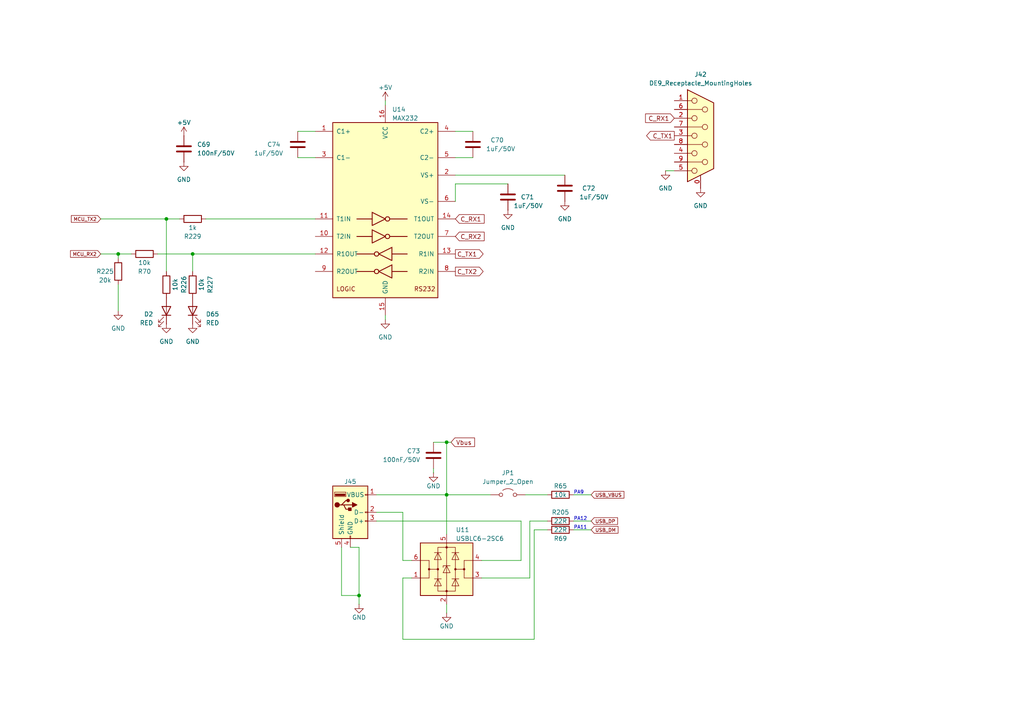
<source format=kicad_sch>
(kicad_sch (version 20250114) (generator "eeschema") (generator_version "9.0")
  (paper "A4")
  (lib_symbols
    (symbol "1-Capacitor:C_0603" (pin_numbers (hide yes)) (pin_names (offset 0.254))
      (property "Reference" "C" (at 0.635 2.54 0))
      (property "Value" "C_0603" (at 0.635 -2.54 0))
      (symbol "C_0603_0_1"
        (polyline (pts (xy -2.032 0.762) (xy 2.032 0.762)) (stroke (width 0.508)))
        (polyline (pts (xy -2.032 -0.762) (xy 2.032 -0.762)) (stroke (width 0.508)))
      )
      (symbol "C_0603_1_1"
        (pin passive line (at 0 3.81 270) (length 2.794) (name "~") (number "1"))
        (pin passive line (at 0 -3.81 90) (length 2.794) (name "~") (number "2"))
      )
    )
    (symbol "1-Connector:DE9_Receptacle_MountingHoles" (pin_names (offset 1.016) (hide yes))
      (property "Reference" "J" (at 0 16.51 0))
      (property "Value" "DE9_Receptacle_MountingHoles" (at 0 14.605 0))
      (symbol "DE9_Receptacle_MountingHoles_0_1"
        (polyline (pts (xy -3.81 13.335) (xy -3.81 -13.335) (xy 3.81 -9.525) (xy 3.81 9.525) (xy -3.81 13.335)) (stroke (width 0.254)) (fill (type background)))
        (polyline (pts (xy -3.81 10.16) (xy -2.54 10.16)))
        (polyline (pts (xy -3.81 7.62) (xy 0.508 7.62)))
        (polyline (pts (xy -3.81 5.08) (xy -2.54 5.08)))
        (polyline (pts (xy -3.81 2.54) (xy 0.508 2.54)))
        (polyline (pts (xy -3.81 0) (xy -2.54 0)))
        (polyline (pts (xy -3.81 -2.54) (xy 0.508 -2.54)))
        (polyline (pts (xy -3.81 -5.08) (xy -2.54 -5.08)))
        (polyline (pts (xy -3.81 -7.62) (xy 0.508 -7.62)))
        (polyline (pts (xy -3.81 -10.16) (xy -2.54 -10.16)))
        (circle (center -1.778 10.16) (radius 0.762))
        (circle (center -1.778 5.08) (radius 0.762))
        (circle (center -1.778 0) (radius 0.762))
        (circle (center -1.778 -5.08) (radius 0.762))
        (circle (center -1.778 -10.16) (radius 0.762))
        (circle (center 1.27 7.62) (radius 0.762))
        (circle (center 1.27 2.54) (radius 0.762))
        (circle (center 1.27 -2.54) (radius 0.762))
        (circle (center 1.27 -7.62) (radius 0.762))
      )
      (symbol "DE9_Receptacle_MountingHoles_1_1"
        (pin passive line (at -7.62 10.16 0) (length 3.81) (name "1") (number "1"))
        (pin passive line (at -7.62 7.62 0) (length 3.81) (name "6") (number "6"))
        (pin passive line (at -7.62 5.08 0) (length 3.81) (name "2") (number "2"))
        (pin passive line (at -7.62 2.54 0) (length 3.81) (name "7") (number "7"))
        (pin passive line (at -7.62 0 0) (length 3.81) (name "3") (number "3"))
        (pin passive line (at -7.62 -2.54 0) (length 3.81) (name "8") (number "8"))
        (pin passive line (at -7.62 -5.08 0) (length 3.81) (name "4") (number "4"))
        (pin passive line (at -7.62 -7.62 0) (length 3.81) (name "9") (number "9"))
        (pin passive line (at -7.62 -10.16 0) (length 3.81) (name "5") (number "5"))
        (pin passive line (at 0 -15.24 90) (length 3.81) (name "PAD") (number "0"))
      )
    )
    (symbol "1-Connector:USB_A_Female_P2.5mm" (pin_names (offset 1.016))
      (property "Reference" "J" (at -5.08 11.43 0))
      (symbol "USB_A_Female_P2.5mm_0_1"
        (rectangle (start -5.08 -7.62) (end 5.08 7.62) (stroke (width 0.254)) (fill (type background)))
        (circle (center -3.81 2.159) (radius 0.635) (stroke (width 0.254)) (fill (type outline)))
        (polyline (pts (xy -3.175 2.159) (xy -2.54 2.159) (xy -1.27 3.429) (xy -0.635 3.429)) (stroke (width 0.254)))
        (polyline (pts (xy -2.54 2.159) (xy -1.905 2.159) (xy -1.27 0.889) (xy 0 0.889)) (stroke (width 0.254)))
        (rectangle (start -1.524 4.826) (end -4.318 5.334) (fill (type outline)))
        (rectangle (start -1.27 4.572) (end -4.572 5.842))
        (circle (center -0.635 3.429) (radius 0.381) (stroke (width 0.254)) (fill (type outline)))
        (rectangle (start -0.127 -7.62) (end 0.127 -6.858))
        (rectangle (start 0.254 1.27) (end -0.508 0.508) (stroke (width 0.254)) (fill (type outline)))
        (polyline (pts (xy 0.635 2.794) (xy 0.635 1.524) (xy 1.905 2.159) (xy 0.635 2.794)) (stroke (width 0.254)) (fill (type outline)))
        (rectangle (start 5.08 4.953) (end 4.318 5.207))
        (rectangle (start 5.08 -0.127) (end 4.318 0.127))
        (rectangle (start 5.08 -2.667) (end 4.318 -2.413))
      )
      (symbol "USB_A_Female_P2.5mm_1_1"
        (polyline (pts (xy -1.905 2.159) (xy 0.635 2.159)) (stroke (width 0.254)))
        (pin passive line (at -2.54 -10.16 90) (length 2.54) (name "Shield") (number "5"))
        (pin power_in line (at 0 -10.16 90) (length 2.54) (name "GND") (number "4"))
        (pin power_in line (at 7.62 5.08 180) (length 2.54) (name "VBUS") (number "1"))
        (pin bidirectional line (at 7.62 0 180) (length 2.54) (name "D-") (number "2"))
        (pin bidirectional line (at 7.62 -2.54 180) (length 2.54) (name "D+") (number "3"))
      )
    )
    (symbol "1-IC-General:MAX232" (pin_names (offset 1.016))
      (property "Reference" "U" (at -2.54 28.575 0))
      (property "Value" "MAX232" (at -2.54 26.67 0))
      (symbol "MAX232_0_0"
        (text "LOGIC" (at -11.43 -22.86 0) (effects (font (size 1.27 1.27))))
        (text "RS232" (at 11.43 -22.86 0) (effects (font (size 1.27 1.27))))
      )
      (symbol "MAX232_0_1"
        (rectangle (start -15.24 -25.4) (end 15.24 25.4) (stroke (width 0.254)) (fill (type background)))
        (polyline (pts (xy -3.81 -0.635) (xy -3.81 -4.445) (xy 0 -2.54) (xy -3.81 -0.635)) (stroke (width 0.254)))
        (polyline (pts (xy -3.81 -2.54) (xy -8.255 -2.54)) (stroke (width 0.254)))
        (polyline (pts (xy -3.81 -5.715) (xy -3.81 -9.525) (xy 0 -7.62) (xy -3.81 -5.715)) (stroke (width 0.254)))
        (polyline (pts (xy -3.81 -7.62) (xy -8.255 -7.62)) (stroke (width 0.254)))
        (polyline (pts (xy -3.175 -12.7) (xy -8.255 -12.7)) (stroke (width 0.254)))
        (polyline (pts (xy -3.175 -17.78) (xy -8.255 -17.78)) (stroke (width 0.254)))
        (circle (center -2.54 -12.7) (radius 0.635) (stroke (width 0.254)))
        (circle (center -2.54 -17.78) (radius 0.635) (stroke (width 0.254)))
        (circle (center 0.635 -2.54) (radius 0.635) (stroke (width 0.254)))
        (circle (center 0.635 -7.62) (radius 0.635) (stroke (width 0.254)))
        (polyline (pts (xy 1.27 -2.54) (xy 6.35 -2.54)) (stroke (width 0.254)))
        (polyline (pts (xy 1.27 -7.62) (xy 6.35 -7.62)) (stroke (width 0.254)))
        (polyline (pts (xy 1.905 -10.795) (xy 1.905 -14.605) (xy -1.905 -12.7) (xy 1.905 -10.795)) (stroke (width 0.254)))
        (polyline (pts (xy 1.905 -12.7) (xy 6.35 -12.7)) (stroke (width 0.254)))
        (polyline (pts (xy 1.905 -15.875) (xy 1.905 -19.685) (xy -1.905 -17.78) (xy 1.905 -15.875)) (stroke (width 0.254)))
        (polyline (pts (xy 1.905 -17.78) (xy 6.35 -17.78)) (stroke (width 0.254)))
      )
      (symbol "MAX232_1_1"
        (pin passive line (at -20.32 22.86 0) (length 5.08) (name "C1+") (number "1"))
        (pin passive line (at -20.32 15.24 0) (length 5.08) (name "C1-") (number "3"))
        (pin input line (at -20.32 -2.54 0) (length 5.08) (name "T1IN") (number "11"))
        (pin input line (at -20.32 -7.62 0) (length 5.08) (name "T2IN") (number "10"))
        (pin output line (at -20.32 -12.7 0) (length 5.08) (name "R1OUT") (number "12"))
        (pin output line (at -20.32 -17.78 0) (length 5.08) (name "R2OUT") (number "9"))
        (pin power_in line (at 0 30.48 270) (length 5.08) (name "VCC") (number "16"))
        (pin power_in line (at 0 -30.48 90) (length 5.08) (name "GND") (number "15"))
        (pin passive line (at 20.32 22.86 180) (length 5.08) (name "C2+") (number "4"))
        (pin passive line (at 20.32 15.24 180) (length 5.08) (name "C2-") (number "5"))
        (pin power_out line (at 20.32 10.16 180) (length 5.08) (name "VS+") (number "2"))
        (pin power_out line (at 20.32 2.54 180) (length 5.08) (name "VS-") (number "6"))
        (pin output line (at 20.32 -2.54 180) (length 5.08) (name "T1OUT") (number "14"))
        (pin output line (at 20.32 -7.62 180) (length 5.08) (name "T2OUT") (number "7"))
        (pin input line (at 20.32 -12.7 180) (length 5.08) (name "R1IN") (number "13"))
        (pin input line (at 20.32 -17.78 180) (length 5.08) (name "R2IN") (number "8"))
      )
    )
    (symbol "1-Led:LED_0805" (pin_numbers (hide yes)) (pin_names (offset 1.016) (hide yes))
      (property "Reference" "D" (at 0 2.54 0))
      (property "Value" "LED_0805" (at 0 -2.54 0))
      (symbol "LED_0805_0_1"
        (polyline (pts (xy -3.048 -0.762) (xy -4.572 -2.286) (xy -3.81 -2.286) (xy -4.572 -2.286) (xy -4.572 -1.524)))
        (polyline (pts (xy -1.778 -0.762) (xy -3.302 -2.286) (xy -2.54 -2.286) (xy -3.302 -2.286) (xy -3.302 -1.524)))
        (polyline (pts (xy -1.27 0) (xy 1.27 0)))
        (polyline (pts (xy -1.27 -1.27) (xy -1.27 1.27)) (stroke (width 0.254)))
        (polyline (pts (xy 1.27 -1.27) (xy 1.27 1.27) (xy -1.27 0) (xy 1.27 -1.27)) (stroke (width 0.254)))
      )
      (symbol "LED_0805_1_1"
        (pin passive line (at -3.81 0 0) (length 2.54) (name "K") (number "1"))
        (pin passive line (at 3.81 0 180) (length 2.54) (name "A") (number "2"))
      )
    )
    (symbol "1-Resistor:R_0603" (pin_numbers (hide yes)) (pin_names (offset 0))
      (property "Reference" "R" (at 2.032 0 90))
      (property "Value" "R_0603" (at -2.54 0 90))
      (symbol "R_0603_0_1"
        (rectangle (start -1.016 -2.54) (end 1.016 2.54) (stroke (width 0.254)))
      )
      (symbol "R_0603_1_1"
        (pin passive line (at 0 3.81 270) (length 1.27) (name "~") (number "1"))
        (pin passive line (at 0 -3.81 90) (length 1.27) (name "~") (number "2"))
      )
    )
    (symbol "Jumper:Jumper_2_Open" (pin_numbers (hide yes)) (pin_names (offset 0) (hide yes))
      (property "Reference" "JP" (at 0 2.794 0))
      (property "Value" "Jumper_2_Open" (at 0 -2.286 0))
      (symbol "Jumper_2_Open_0_0"
        (circle (center -2.032 0) (radius 0.508))
        (circle (center 2.032 0) (radius 0.508))
      )
      (symbol "Jumper_2_Open_0_1"
        (arc (start -1.524 1.27) (mid 0 1.778) (end 1.524 1.27))
      )
      (symbol "Jumper_2_Open_1_1"
        (pin passive line (at -5.08 0 0) (length 2.54) (name "A") (number "1"))
        (pin passive line (at 5.08 0 180) (length 2.54) (name "B") (number "2"))
      )
    )
    (symbol "Power_Protection:USBLC6-2SC6" (pin_names (hide yes))
      (property "Reference" "U" (at 2.54 8.89 0))
      (property "Value" "USBLC6-2SC6" (at 2.54 -8.89 0))
      (symbol "USBLC6-2SC6_0_1"
        (rectangle (start -7.62 -7.62) (end 7.62 7.62) (stroke (width 0.254)) (fill (type background)))
        (polyline (pts (xy -5.08 2.54) (xy -7.62 2.54)))
        (circle (center -5.08 0) (radius 0.254) (fill (type outline)))
        (polyline (pts (xy -5.08 0) (xy -5.08 -2.54)))
        (polyline (pts (xy -5.08 -2.54) (xy -7.62 -2.54)))
        (polyline (pts (xy -3.556 2.794) (xy -1.524 2.794) (xy -2.54 4.826) (xy -3.556 2.794)))
        (polyline (pts (xy -3.556 -4.826) (xy -1.524 -4.826) (xy -2.54 -2.794) (xy -3.556 -4.826)))
        (rectangle (start -2.54 6.35) (end 2.54 -6.35))
        (circle (center -2.54 0) (radius 0.254) (fill (type outline)))
        (polyline (pts (xy -2.54 0) (xy -5.08 0) (xy -5.08 2.54)))
        (polyline (pts (xy -1.524 4.826) (xy -3.556 4.826)))
        (polyline (pts (xy -1.524 -2.794) (xy -3.556 -2.794)))
        (polyline (pts (xy -1.016 -1.016) (xy 1.016 -1.016) (xy 0 1.016) (xy -1.016 -1.016)))
        (circle (center 0 6.35) (radius 0.254) (fill (type outline)))
        (polyline (pts (xy 0 6.35) (xy 0 7.62)))
        (polyline (pts (xy 0 1.27) (xy 0 6.35)))
        (polyline (pts (xy 0 -6.35) (xy 0 1.27)))
        (circle (center 0 -6.35) (radius 0.254) (fill (type outline)))
        (polyline (pts (xy 0 -7.62) (xy 0 -6.35)))
        (polyline (pts (xy 1.016 1.016) (xy 0.762 1.016) (xy -1.016 1.016) (xy -1.016 0.508)))
        (polyline (pts (xy 1.524 4.826) (xy 3.556 4.826)))
        (polyline (pts (xy 1.524 -2.794) (xy 3.556 -2.794)))
        (polyline (pts (xy 2.54 0) (xy 5.08 0) (xy 5.08 2.54)))
        (circle (center 2.54 0) (radius 0.254) (fill (type outline)))
        (polyline (pts (xy 3.556 2.794) (xy 1.524 2.794) (xy 2.54 4.826) (xy 3.556 2.794)))
        (polyline (pts (xy 3.556 -4.826) (xy 1.524 -4.826) (xy 2.54 -2.794) (xy 3.556 -4.826)))
        (polyline (pts (xy 5.08 2.54) (xy 7.62 2.54)))
        (polyline (pts (xy 5.08 0) (xy 5.08 -2.54)))
        (circle (center 5.08 0) (radius 0.254) (fill (type outline)))
        (polyline (pts (xy 5.08 -2.54) (xy 7.62 -2.54)))
      )
      (symbol "USBLC6-2SC6_1_1"
        (pin passive line (at -10.16 2.54 0) (length 2.54) (name "I/O1") (number "6"))
        (pin passive line (at -10.16 -2.54 0) (length 2.54) (name "I/O1") (number "1"))
        (pin passive line (at 0 10.16 270) (length 2.54) (name "VBUS") (number "5"))
        (pin passive line (at 0 -10.16 90) (length 2.54) (name "GND") (number "2"))
        (pin passive line (at 10.16 2.54 180) (length 2.54) (name "I/O2") (number "4"))
        (pin passive line (at 10.16 -2.54 180) (length 2.54) (name "I/O2") (number "3"))
      )
    )
    (symbol "power:+5V" (power) (pin_numbers (hide yes)) (pin_names (offset 0) (hide yes))
      (property "Value" "+5V" (at 0 3.556 0))
      (symbol "+5V_0_1"
        (polyline (pts (xy -0.762 1.27) (xy 0 2.54)))
        (polyline (pts (xy 0 2.54) (xy 0.762 1.27)))
        (polyline (pts (xy 0 0) (xy 0 2.54)))
      )
      (symbol "+5V_1_1"
        (pin power_in line (at 0 0 90) (length 0) (name "~") (number "1"))
      )
    )
    (symbol "power:GND" (power) (pin_numbers (hide yes)) (pin_names (offset 0) (hide yes))
      (property "Value" "GND" (at 0 -3.81 0))
      (symbol "GND_0_1"
        (polyline (pts (xy 0 0) (xy 0 -1.27) (xy 1.27 -1.27) (xy 0 -2.54) (xy -1.27 -1.27) (xy 0 -1.27)))
      )
      (symbol "GND_1_1"
        (pin power_in line (at 0 0 270) (length 0) (name "~") (number "1"))
      )
    )
  )
  (text "PA11" (at 166.37 153.67 0) (effects (font (size 1 1)) (justify left bottom)))
  (text "PA9" (at 166.37 143.51 0) (effects (font (size 1 1)) (justify left bottom)))
  (text "PA12" (at 166.37 151.13 0) (effects (font (size 1 1)) (justify left bottom)))
  (junction (at 48.26 63.5))
  (junction (at 129.54 143.51))
  (junction (at 104.14 172.72))
  (junction (at 129.54 128.27))
  (junction (at 55.88 73.66))
  (junction (at 34.29 73.66))
  (wire (pts (xy 132.08 50.8) (xy 163.83 50.8)))
  (wire (pts (xy 166.37 143.51) (xy 171.45 143.51)))
  (wire (pts (xy 104.14 158.75) (xy 104.14 172.72)))
  (wire (pts (xy 104.14 172.72) (xy 104.14 175.26)))
  (wire (pts (xy 153.67 151.13) (xy 158.75 151.13)))
  (wire (pts (xy 116.84 148.59) (xy 116.84 162.56)))
  (wire (pts (xy 166.37 151.13) (xy 171.45 151.13)))
  (wire (pts (xy 129.54 143.51) (xy 109.22 143.51)))
  (wire (pts (xy 129.54 175.26) (xy 129.54 177.8)))
  (wire (pts (xy 48.26 63.5) (xy 48.26 78.74)))
  (wire (pts (xy 166.37 153.67) (xy 171.45 153.67)))
  (wire (pts (xy 29.21 63.5) (xy 48.26 63.5)))
  (wire (pts (xy 116.84 167.64) (xy 119.38 167.64)))
  (wire (pts (xy 158.75 153.67) (xy 154.94 153.67)))
  (wire (pts (xy 129.54 143.51) (xy 142.24 143.51)))
  (wire (pts (xy 55.88 73.66) (xy 55.88 78.74)))
  (wire (pts (xy 45.72 73.66) (xy 55.88 73.66)))
  (wire (pts (xy 125.73 128.27) (xy 129.54 128.27)))
  (wire (pts (xy 193.04 49.53) (xy 195.58 49.53)))
  (wire (pts (xy 129.54 143.51) (xy 129.54 154.94)))
  (wire (pts (xy 109.22 148.59) (xy 116.84 148.59)))
  (wire (pts (xy 132.08 45.72) (xy 137.16 45.72)))
  (wire (pts (xy 154.94 153.67) (xy 154.94 185.42)))
  (wire (pts (xy 111.76 92.71) (xy 111.76 91.44)))
  (wire (pts (xy 99.06 158.75) (xy 99.06 172.72)))
  (wire (pts (xy 153.67 167.64) (xy 139.7 167.64)))
  (wire (pts (xy 132.08 53.34) (xy 132.08 58.42)))
  (wire (pts (xy 59.69 63.5) (xy 91.44 63.5)))
  (wire (pts (xy 34.29 73.66) (xy 34.29 74.93)))
  (wire (pts (xy 111.76 29.21) (xy 111.76 30.48)))
  (wire (pts (xy 129.54 128.27) (xy 129.54 143.51)))
  (wire (pts (xy 132.08 38.1) (xy 137.16 38.1)))
  (wire (pts (xy 151.13 151.13) (xy 151.13 162.56)))
  (wire (pts (xy 91.44 73.66) (xy 55.88 73.66)))
  (wire (pts (xy 151.13 162.56) (xy 139.7 162.56)))
  (wire (pts (xy 130.81 128.27) (xy 129.54 128.27)))
  (wire (pts (xy 116.84 162.56) (xy 119.38 162.56)))
  (wire (pts (xy 99.06 172.72) (xy 104.14 172.72)))
  (wire (pts (xy 104.14 158.75) (xy 101.6 158.75)))
  (wire (pts (xy 154.94 185.42) (xy 116.84 185.42)))
  (wire (pts (xy 125.73 135.89) (xy 125.73 137.16)))
  (wire (pts (xy 116.84 185.42) (xy 116.84 167.64)))
  (wire (pts (xy 152.4 143.51) (xy 158.75 143.51)))
  (wire (pts (xy 29.21 73.66) (xy 34.29 73.66)))
  (wire (pts (xy 48.26 63.5) (xy 52.07 63.5)))
  (wire (pts (xy 86.36 38.1) (xy 91.44 38.1)))
  (wire (pts (xy 34.29 73.66) (xy 38.1 73.66)))
  (wire (pts (xy 109.22 151.13) (xy 151.13 151.13)))
  (wire (pts (xy 86.36 45.72) (xy 91.44 45.72)))
  (wire (pts (xy 132.08 53.34) (xy 147.32 53.34)))
  (wire (pts (xy 34.29 82.55) (xy 34.29 90.17)))
  (wire (pts (xy 153.67 151.13) (xy 153.67 167.64)))
  (global_label "C_TX1" (shape output) (at 195.58 39.37 180) (property "Intersheetrefs" "${INTERSHEET_REFS}" (effects (hide yes))))
  (global_label "USB_DP" (shape input) (at 171.45 151.13 0) (effects (font (size 1 1))) (property "Intersheetrefs" "${INTERSHEET_REFS}" (effects (hide yes))))
  (global_label "USB_DM" (shape input) (at 171.45 153.67 0) (effects (font (size 1 1))) (property "Intersheetrefs" "${INTERSHEET_REFS}" (effects (hide yes))))
  (global_label "Vbus" (shape input) (at 130.81 128.27 0) (property "Intersheetrefs" "${INTERSHEET_REFS}" (effects (hide yes))))
  (global_label "C_TX1" (shape output) (at 132.08 73.66 0) (property "Intersheetrefs" "${INTERSHEET_REFS}" (effects (hide yes))))
  (global_label "USB_VBUS" (shape input) (at 171.45 143.51 0) (effects (font (size 1 1))) (property "Intersheetrefs" "${INTERSHEET_REFS}" (effects (hide yes))))
  (global_label "MCU_RX2" (shape input) (at 29.21 73.66 180) (effects (font (size 1 1))) (property "Intersheetrefs" "${INTERSHEET_REFS}" (effects (hide yes))))
  (global_label "C_RX1" (shape input) (at 132.08 63.5 0) (property "Intersheetrefs" "${INTERSHEET_REFS}" (effects (hide yes))))
  (global_label "C_RX1" (shape input) (at 195.58 34.29 180) (property "Intersheetrefs" "${INTERSHEET_REFS}" (effects (hide yes))))
  (global_label "C_RX2" (shape input) (at 132.08 68.58 0) (property "Intersheetrefs" "${INTERSHEET_REFS}" (effects (hide yes))))
  (global_label "MCU_TX2" (shape input) (at 29.21 63.5 180) (effects (font (size 1 1))) (property "Intersheetrefs" "${INTERSHEET_REFS}" (effects (hide yes))))
  (global_label "C_TX2" (shape output) (at 132.08 78.74 0) (property "Intersheetrefs" "${INTERSHEET_REFS}" (effects (hide yes))))
  (symbol (lib_id "power:GND") (at 55.88 93.98 0) (unit 1)
    (property "Reference" "#PWR0290" (effects (hide yes)))
    (property "Value" "GND" (at 55.88 99.06 0))
    (property "Description" "Power symbol creates a global label with name \"GND\" , ground" (effects (hide yes)))
  )
  (symbol (lib_id "power:+5V") (at 111.76 29.21 0) (unit 1)
    (property "Reference" "#PWR0285" (effects (hide yes)))
    (property "Value" "+5V" (at 111.76 25.4 0))
    (property "Description" "Power symbol creates a global label with name \"+5V\"" (effects (hide yes)))
  )
  (symbol (lib_id "1-Resistor:R_0603") (at 162.56 143.51 90) (unit 1)
    (property "Reference" "R65" (at 162.56 140.97 90))
    (property "Value" "10k" (at 162.56 143.51 90))
    (property "Footprint" "Resistor_SMD:R_0603_1608Metric" (effects (hide yes)))
  )
  (symbol (lib_id "power:GND") (at 203.2 54.61 0) (unit 1)
    (property "Reference" "#PWR0293" (effects (hide yes)))
    (property "Value" "GND" (at 203.2 59.69 0))
    (property "Description" "Power symbol creates a global label with name \"GND\" , ground" (effects (hide yes)))
  )
  (symbol (lib_id "1-Connector:DE9_Receptacle_MountingHoles") (at 203.2 39.37 0) (unit 1)
    (property "Reference" "J42" (at 203.2 21.59 0))
    (property "Value" "DE9_Receptacle_MountingHoles" (at 203.2 24.13 0))
    (property "Footprint" "Connector_Dsub:DSUB-9_Pins_Horizontal_P2.77x2.84mm_EdgePinOffset7.70mm_Housed_MountingHolesOffset9.12mm" (effects (hide yes)))
    (property "Description" "9-pin female receptacle socket D-SUB connector, Mounting Hole" (effects (hide yes)))
  )
  (symbol (lib_id "1-IC-General:MAX232") (at 111.76 60.96 0) (unit 1)
    (property "Reference" "U14" (at 113.7159 31.75 0) (effects (justify left)))
    (property "Value" "MAX232" (at 113.7159 34.29 0) (effects (justify left)))
    (property "Footprint" "1-Package_SO:SOIC-16_3.9x9.9mm_P1.27mm" (effects (hide yes)))
    (property "Datasheet" "http://www.ti.com/lit/ds/symlink/max232.pdf" (effects (hide yes)))
    (property "Description" "Dual RS232 driver/receiver, 5V supply, 120kb/s, 0C-70C" (effects (hide yes)))
  )
  (symbol (lib_id "1-Resistor:R_0603") (at 34.29 78.74 0) (unit 1)
    (property "Reference" "R225" (at 30.48 78.74 0))
    (property "Value" "20k" (at 30.48 81.28 0))
    (property "Footprint" "Resistor_SMD:R_0603_1608Metric" (effects (hide yes)))
    (property "Description" "Resistor" (effects (hide yes)))
  )
  (symbol (lib_id "power:GND") (at 104.14 175.26 0) (unit 1)
    (property "Reference" "#PWR0192" (effects (hide yes)))
    (property "Value" "GND" (at 104.14 179.07 0))
  )
  (symbol (lib_id "power:GND") (at 111.76 92.71 0) (unit 1)
    (property "Reference" "#PWR0291" (effects (hide yes)))
    (property "Value" "GND" (at 111.76 97.79 0))
    (property "Description" "Power symbol creates a global label with name \"GND\" , ground" (effects (hide yes)))
  )
  (symbol (lib_id "power:+5V") (at 53.34 39.37 0) (unit 1)
    (property "Reference" "#PWR0283" (effects (hide yes)))
    (property "Value" "+5V" (at 53.34 35.56 0))
    (property "Description" "Power symbol creates a global label with name \"+5V\"" (effects (hide yes)))
  )
  (symbol (lib_id "power:GND") (at 193.04 49.53 0) (unit 1)
    (property "Reference" "#PWR0292" (effects (hide yes)))
    (property "Value" "GND" (at 193.04 54.61 0))
    (property "Description" "Power symbol creates a global label with name \"GND\" , ground" (effects (hide yes)))
  )
  (symbol (lib_id "power:GND") (at 34.29 90.17 0) (unit 1)
    (property "Reference" "#PWR0288" (effects (hide yes)))
    (property "Value" "GND" (at 34.29 95.25 0))
    (property "Description" "Power symbol creates a global label with name \"GND\" , ground" (effects (hide yes)))
  )
  (symbol (lib_id "power:GND") (at 129.54 177.8 0) (unit 1)
    (property "Reference" "#PWR046" (effects (hide yes)))
    (property "Value" "GND" (at 129.54 181.61 0))
  )
  (symbol (lib_id "1-Capacitor:C_0603") (at 53.34 43.18 0) (unit 1)
    (property "Reference" "C69" (at 57.15 41.9099 0) (effects (justify left)))
    (property "Value" "100nF/50V" (at 57.15 44.4499 0) (effects (justify left)))
    (property "Footprint" "1-Capacitor:C_0603_1608Metric" (effects (hide yes)))
    (property "Description" "Unpolarized capacitor" (effects (hide yes)))
  )
  (symbol (lib_id "1-Capacitor:C_0603") (at 137.16 41.91 0) (unit 1)
    (property "Reference" "C70" (at 142.24 40.64 0) (effects (justify left)))
    (property "Value" "1uF/50V" (at 140.97 43.18 0) (effects (justify left)))
    (property "Footprint" "Capacitor_SMD:C_0805_2012Metric" (effects (hide yes)))
    (property "Description" "Unpolarized capacitor" (effects (hide yes)))
  )
  (symbol (lib_id "power:GND") (at 125.73 137.16 0) (unit 1)
    (property "Reference" "#PWR047" (effects (hide yes)))
    (property "Value" "GND" (at 125.73 140.97 0))
  )
  (symbol (lib_id "Jumper:Jumper_2_Open") (at 147.32 143.51 0) (unit 1)
    (property "Reference" "JP1" (at 147.32 137.16 0))
    (property "Value" "Jumper_2_Open" (at 147.32 139.7 0))
    (property "Footprint" "1-Pinhead:PinHeader_1x02_P2.54mm_Vertical" (effects (hide yes)))
    (property "Description" "Jumper, 2-pole, open" (effects (hide yes)))
  )
  (symbol (lib_id "1-Resistor:R_0603") (at 48.26 82.55 0) (unit 1)
    (property "Reference" "R226" (at 53.34 82.55 90))
    (property "Value" "10k" (at 50.8 82.55 90))
    (property "Footprint" "Resistor_SMD:R_0603_1608Metric" (effects (hide yes)))
    (property "Description" "Resistor" (effects (hide yes)))
  )
  (symbol (lib_id "1-Resistor:R_0603") (at 162.56 151.13 90) (unit 1)
    (property "Reference" "R205" (at 162.56 148.59 90))
    (property "Value" "22R" (at 162.56 151.13 90))
    (property "Footprint" "Resistor_SMD:R_0603_1608Metric" (effects (hide yes)))
  )
  (symbol (lib_id "1-Connector:USB_A_Female_P2.5mm") (at 101.6 148.59 0) (unit 1)
    (property "Reference" "J45" (at 101.6 139.7 0))
    (property "Value" "USB_A_Female_P2.5mm" (effects (hide yes)))
    (property "Footprint" "1-Connector:MOLEX_67329-8020" (effects (hide yes)))
    (property "Datasheet" "https://www.we-online.com/components/products/datasheet/614004190021.pdf" (effects (hide yes)))
    (property "Description" "USB Type A connector female" (effects (hide yes)))
  )
  (symbol (lib_id "1-Led:LED_0805") (at 55.88 90.17 90) (unit 1)
    (property "Reference" "D65" (at 59.69 91.1225 90) (effects (justify right)))
    (property "Value" "RED" (at 59.69 93.6625 90) (effects (justify right)))
    (property "Footprint" "1-Led:LED_0805" (effects (hide yes)))
    (property "Description" "Light emitting diode" (effects (hide yes)))
  )
  (symbol (lib_id "1-Resistor:R_0603") (at 55.88 63.5 270) (mirror x) (unit 1)
    (property "Reference" "R229" (at 55.88 68.58 90))
    (property "Value" "1k" (at 55.88 66.04 90))
    (property "Footprint" "Resistor_SMD:R_0603_1608Metric" (effects (hide yes)))
    (property "Description" "Resistor" (effects (hide yes)))
  )
  (symbol (lib_id "power:GND") (at 147.32 60.96 0) (unit 1)
    (property "Reference" "#PWR0286" (effects (hide yes)))
    (property "Value" "GND" (at 147.32 66.04 0))
    (property "Description" "Power symbol creates a global label with name \"GND\" , ground" (effects (hide yes)))
  )
  (symbol (lib_id "1-Capacitor:C_0603") (at 86.36 41.91 0) (unit 1)
    (property "Reference" "C74" (at 77.47 41.91 0) (effects (justify left)))
    (property "Value" "1uF/50V" (at 73.66 44.45 0) (effects (justify left)))
    (property "Footprint" "Capacitor_SMD:C_0805_2012Metric" (effects (hide yes)))
    (property "Description" "Unpolarized capacitor" (effects (hide yes)))
  )
  (symbol (lib_id "1-Resistor:R_0603") (at 41.91 73.66 270) (unit 1)
    (property "Reference" "R70" (at 41.91 78.74 90))
    (property "Value" "10k" (at 41.91 76.2 90))
    (property "Footprint" "Resistor_SMD:R_0603_1608Metric" (effects (hide yes)))
    (property "Description" "Resistor" (effects (hide yes)))
  )
  (symbol (lib_id "1-Resistor:R_0603") (at 55.88 82.55 0) (unit 1)
    (property "Reference" "R227" (at 60.96 82.55 90))
    (property "Value" "10k" (at 58.42 82.55 90))
    (property "Footprint" "Resistor_SMD:R_0603_1608Metric" (effects (hide yes)))
    (property "Description" "Resistor" (effects (hide yes)))
  )
  (symbol (lib_id "power:GND") (at 48.26 93.98 0) (unit 1)
    (property "Reference" "#PWR0289" (effects (hide yes)))
    (property "Value" "GND" (at 48.26 99.06 0))
    (property "Description" "Power symbol creates a global label with name \"GND\" , ground" (effects (hide yes)))
  )
  (symbol (lib_id "1-Capacitor:C_0603") (at 125.73 132.08 0) (mirror y) (unit 1)
    (property "Reference" "C73" (at 121.92 130.8099 0) (effects (justify left)))
    (property "Value" "100nF/50V" (at 121.92 133.3499 0) (effects (justify left)))
    (property "Footprint" "1-Capacitor:C_0603_1608Metric" (effects (hide yes)))
    (property "Description" "Unpolarized capacitor" (effects (hide yes)))
  )
  (symbol (lib_id "1-Capacitor:C_0603") (at 163.83 54.61 0) (mirror y) (unit 1)
    (property "Reference" "C72" (at 172.72 54.61 0) (effects (justify left)))
    (property "Value" "1uF/50V" (at 176.53 57.15 0) (effects (justify left)))
    (property "Footprint" "Capacitor_SMD:C_0805_2012Metric" (effects (hide yes)))
    (property "Description" "Unpolarized capacitor" (effects (hide yes)))
  )
  (symbol (lib_id "power:GND") (at 53.34 46.99 0) (unit 1)
    (property "Reference" "#PWR0284" (effects (hide yes)))
    (property "Value" "GND" (at 53.34 52.07 0))
    (property "Description" "Power symbol creates a global label with name \"GND\" , ground" (effects (hide yes)))
  )
  (symbol (lib_id "power:GND") (at 163.83 58.42 0) (unit 1)
    (property "Reference" "#PWR0287" (effects (hide yes)))
    (property "Value" "GND" (at 163.83 63.5 0))
    (property "Description" "Power symbol creates a global label with name \"GND\" , ground" (effects (hide yes)))
  )
  (symbol (lib_id "1-Led:LED_0805") (at 48.26 90.17 270) (mirror x) (unit 1)
    (property "Reference" "D2" (at 44.45 91.1225 90) (effects (justify right)))
    (property "Value" "RED" (at 44.45 93.6625 90) (effects (justify right)))
    (property "Footprint" "1-Led:LED_0805" (effects (hide yes)))
    (property "Description" "Light emitting diode" (effects (hide yes)))
  )
  (symbol (lib_id "1-Capacitor:C_0603") (at 147.32 57.15 0) (mirror y) (unit 1)
    (property "Reference" "C71" (at 154.94 57.15 0) (effects (justify left)))
    (property "Value" "1uF/50V" (at 157.48 59.69 0) (effects (justify left)))
    (property "Footprint" "Capacitor_SMD:C_0805_2012Metric" (effects (hide yes)))
    (property "Description" "Unpolarized capacitor" (effects (hide yes)))
  )
  (symbol (lib_id "Power_Protection:USBLC6-2SC6") (at 129.54 165.1 0) (unit 1)
    (property "Reference" "U11" (at 132.1817 153.67 0) (effects (justify left)))
    (property "Value" "USBLC6-2SC6" (at 132.1817 156.21 0) (effects (justify left)))
    (property "Footprint" "Package_TO_SOT_SMD:SOT-23-6" (effects (hide yes)))
    (property "Datasheet" "https://www.st.com/resource/en/datasheet/usblc6-2.pdf" (effects (hide yes)))
  )
  (symbol (lib_id "1-Resistor:R_0603") (at 162.56 153.67 90) (unit 1)
    (property "Reference" "R69" (at 162.56 156.21 90))
    (property "Value" "22R" (at 162.56 153.67 90))
    (property "Footprint" "Resistor_SMD:R_0603_1608Metric" (effects (hide yes)))
  )
)
</source>
